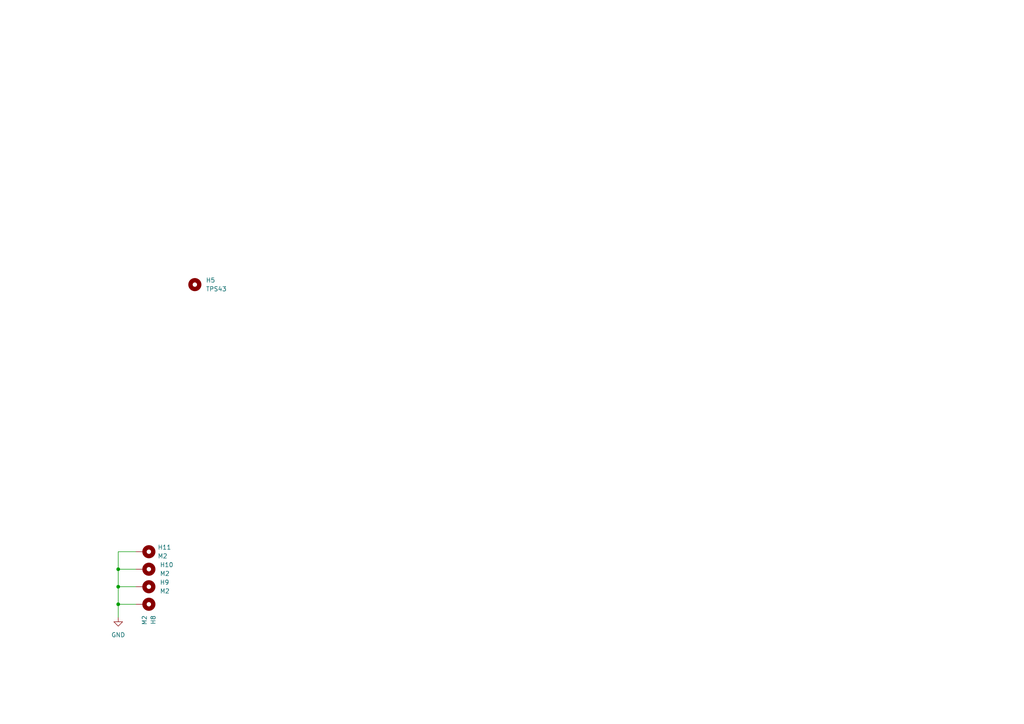
<source format=kicad_sch>
(kicad_sch (version 20250114) (generator "eeschema") (generator_version "9.0")
  (paper "A4")
  (lib_symbols
    (symbol "Mechanical:MountingHole" (pin_names (offset 1.016))
      (property "Reference" "H" (at 0 5.08 0))
      (property "Value" "MountingHole" (at 0 3.175 0))
      (symbol "MountingHole_0_1"
        (circle (center 0 0) (radius 1.27) (stroke (width 1.27)))
      )
    )
    (symbol "Mechanical:MountingHole_Pad" (pin_numbers (hide yes)) (pin_names (offset 1.016) (hide yes)) (in_bom no)
      (property "Reference" "H" (at 0 6.35 0))
      (property "Value" "MountingHole_Pad" (at 0 4.445 0))
      (symbol "MountingHole_Pad_0_1"
        (circle (center 0 1.27) (radius 1.27) (stroke (width 1.27)))
      )
      (symbol "MountingHole_Pad_1_1"
        (pin input line (at 0 -2.54 90) (length 2.54) (name "1") (number "1"))
      )
    )
    (symbol "power:GND" (power) (pin_numbers (hide yes)) (pin_names (offset 0) (hide yes))
      (property "Value" "GND" (at 0 -3.81 0))
      (symbol "GND_0_1"
        (polyline (pts (xy 0 0) (xy 0 -1.27) (xy 1.27 -1.27) (xy 0 -2.54) (xy -1.27 -1.27) (xy 0 -1.27)))
      )
      (symbol "GND_1_1"
        (pin power_in line (at 0 0 270) (length 0) (name "~") (number "1"))
      )
    )
  )
  (junction (at 34.29 175.26))
  (junction (at 34.29 165.1))
  (junction (at 34.29 170.18))
  (wire (pts (xy 39.37 165.1) (xy 34.29 165.1)))
  (wire (pts (xy 34.29 170.18) (xy 39.37 170.18)))
  (wire (pts (xy 39.37 160.02) (xy 34.29 160.02)))
  (wire (pts (xy 34.29 160.02) (xy 34.29 165.1)))
  (wire (pts (xy 34.29 165.1) (xy 34.29 170.18)))
  (wire (pts (xy 34.29 170.18) (xy 34.29 175.26)))
  (wire (pts (xy 39.37 175.26) (xy 34.29 175.26)))
  (wire (pts (xy 34.29 175.26) (xy 34.29 179.07)))
  (symbol (lib_id "Mechanical:MountingHole_Pad") (at 41.91 160.02 270) (unit 1) (in_bom no)
    (property "Reference" "H11" (at 45.72 158.7499 90) (effects (justify left)))
    (property "Value" "M2" (at 45.72 161.2899 90) (effects (justify left)))
    (property "Footprint" "DreaM117er-keebLibrary:MountingHole_2.2mm_M2_Nut_THT" (effects (hide yes)))
    (property "Description" "Mounting Hole with connection" (effects (hide yes)))
  )
  (symbol (lib_id "Mechanical:MountingHole") (at 56.515 82.55 0) (unit 1)
    (property "Reference" "H5" (at 59.69 81.2799 0) (effects (justify left)))
    (property "Value" "TPS43" (at 59.69 83.8199 0) (effects (justify left)))
    (property "Footprint" "DreaM117er-keebLibrary:Azoteq_TPS43_201A_S" (effects (hide yes)))
  )
  (symbol (lib_id "Mechanical:MountingHole_Pad") (at 41.91 170.18 270) (unit 1) (in_bom no)
    (property "Reference" "H9" (at 46.355 168.9099 90) (effects (justify left)))
    (property "Value" "M2" (at 46.355 171.4499 90) (effects (justify left)))
    (property "Footprint" "DreaM117er-keebLibrary:MountingHole_2.2mm_M2_Nut_THT" (effects (hide yes)))
    (property "Description" "Mounting Hole with connection" (effects (hide yes)))
  )
  (symbol (lib_id "power:GND") (at 34.29 179.07 0) (unit 1)
    (property "Reference" "#PWR01" (effects (hide yes)))
    (property "Value" "GND" (at 34.29 184.15 0))
    (property "Description" "Power symbol creates a global label with name \"GND\" , ground" (effects (hide yes)))
  )
  (symbol (lib_id "Mechanical:MountingHole_Pad") (at 41.91 175.26 270) (unit 1) (in_bom no)
    (property "Reference" "H8" (at 44.4501 178.435 0) (effects (justify left)))
    (property "Value" "M2" (at 41.9101 178.435 0) (effects (justify left)))
    (property "Footprint" "DreaM117er-keebLibrary:MountingHole_2.2mm_M2_Nut_THT" (effects (hide yes)))
    (property "Description" "Mounting Hole with connection" (effects (hide yes)))
  )
  (symbol (lib_id "Mechanical:MountingHole_Pad") (at 41.91 165.1 270) (unit 1) (in_bom no)
    (property "Reference" "H10" (at 46.355 163.8299 90) (effects (justify left)))
    (property "Value" "M2" (at 46.355 166.3699 90) (effects (justify left)))
    (property "Footprint" "DreaM117er-keebLibrary:MountingHole_2.2mm_M2_Nut_THT" (effects (hide yes)))
    (property "Description" "Mounting Hole with connection" (effects (hide yes)))
  )
)
</source>
